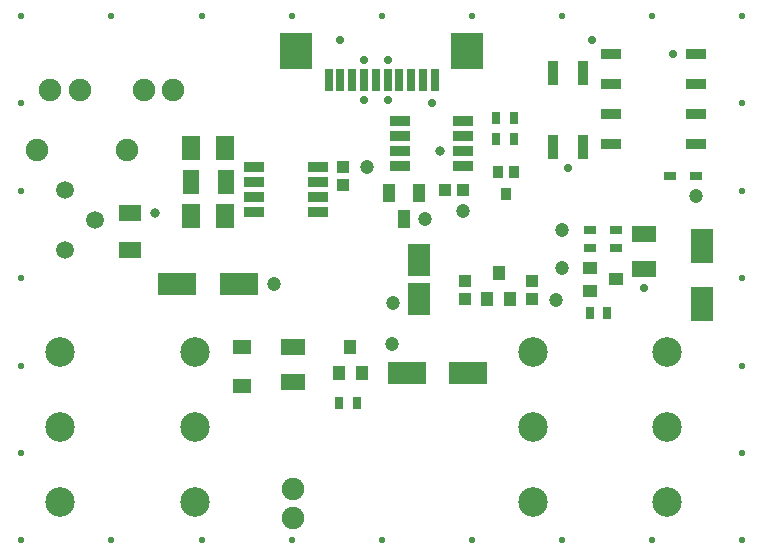
<source format=gts>
%FSLAX46Y46*%
%MOMM*%
%AMPS34*
1,1,2.500000,0.000000,0.000000*
%
%ADD34PS34*%
%AMPS33*
1,1,1.500000,0.000000,0.000000*
%
%ADD33PS33*%
%AMPS24*
1,1,1.900000,0.000000,0.000000*
%
%ADD24PS24*%
%AMPS50*
1,1,1.900000,0.000000,0.000000*
%
%ADD50PS50*%
%AMPS53*
1,1,1.900000,0.000000,0.000000*
%
%ADD53PS53*%
%AMPS31*
21,1,1.794948,2.941421,0.000000,0.000000,0.000000*
%
%ADD31PS31*%
%AMPS32*
21,1,1.794948,2.941421,0.000000,0.000000,180.000000*
%
%ADD32PS32*%
%AMPS36*
21,1,1.800000,3.150000,0.000000,0.000000,90.000000*
%
%ADD36PS36*%
%AMPS35*
21,1,1.800000,3.150000,0.000000,0.000000,270.000000*
%
%ADD35PS35*%
%AMPS47*
21,1,0.800000,1.750000,0.000000,0.000000,90.000000*
%
%ADD47PS47*%
%AMPS46*
21,1,0.800000,1.750000,0.000000,0.000000,270.000000*
%
%ADD46PS46*%
%AMPS57*
21,1,1.800000,2.700000,0.000000,0.000000,0.000000*
%
%ADD57PS57*%
%AMPS56*
21,1,1.800000,2.700000,0.000000,0.000000,180.000000*
%
%ADD56PS56*%
%AMPS12*
21,1,1.100000,1.200000,0.000000,0.000000,0.000000*
%
%ADD12PS12*%
%AMPS41*
21,1,1.100000,1.200000,0.000000,0.000000,90.000000*
%
%ADD41PS41*%
%AMPS13*
21,1,1.100000,1.200000,0.000000,0.000000,180.000000*
%
%ADD13PS13*%
%AMPS40*
21,1,1.100000,1.200000,0.000000,0.000000,270.000000*
%
%ADD40PS40*%
%AMPS51*
21,1,0.600000,1.900000,0.000000,0.000000,180.000000*
%
%ADD51PS51*%
%AMPS44*
21,1,0.600000,1.100000,0.000000,0.000000,90.000000*
%
%ADD44PS44*%
%AMPS45*
21,1,0.600000,1.100000,0.000000,0.000000,270.000000*
%
%ADD45PS45*%
%AMPS25*
21,1,1.500000,1.200000,0.000000,0.000000,0.000000*
%
%ADD25PS25*%
%AMPS26*
21,1,1.500000,1.200000,0.000000,0.000000,180.000000*
%
%ADD26PS26*%
%AMPS20*
21,1,0.800000,2.000000,0.000000,0.000000,0.000000*
%
%ADD20PS20*%
%AMPS21*
21,1,0.800000,2.000000,0.000000,0.000000,180.000000*
%
%ADD21PS21*%
%AMPS23*
21,1,0.901421,1.691421,0.000000,0.000000,90.000000*
%
%ADD23PS23*%
%AMPS22*
21,1,0.901421,1.691421,0.000000,0.000000,270.000000*
%
%ADD22PS22*%
%AMPS52*
21,1,2.700000,3.000000,0.000000,0.000000,180.000000*
%
%ADD52PS52*%
%AMPS30*
21,1,2.000000,1.540000,0.000000,0.000000,90.000000*
%
%ADD30PS30*%
%AMPS29*
21,1,2.000000,1.540000,0.000000,0.000000,270.000000*
%
%ADD29PS29*%
%AMPS19*
21,1,2.000000,1.400000,0.000000,0.000000,0.000000*
%
%ADD19PS19*%
%AMPS48*
21,1,2.000000,1.400000,0.000000,0.000000,90.000000*
%
%ADD48PS48*%
%AMPS18*
21,1,2.000000,1.400000,0.000000,0.000000,180.000000*
%
%ADD18PS18*%
%AMPS49*
21,1,2.000000,1.400000,0.000000,0.000000,270.000000*
%
%ADD49PS49*%
%AMPS28*
21,1,1.100000,0.700000,0.000000,0.000000,0.000000*
%
%ADD28PS28*%
%AMPS16*
21,1,1.100000,0.700000,0.000000,0.000000,90.000000*
%
%ADD16PS16*%
%AMPS27*
21,1,1.100000,0.700000,0.000000,0.000000,180.000000*
%
%ADD27PS27*%
%AMPS17*
21,1,1.100000,0.700000,0.000000,0.000000,270.000000*
%
%ADD17PS17*%
%AMPS55*
21,1,1.900000,1.300000,0.000000,0.000000,0.000000*
%
%ADD55PS55*%
%AMPS54*
21,1,1.900000,1.300000,0.000000,0.000000,180.000000*
%
%ADD54PS54*%
%AMPS39*
21,1,0.900000,1.100000,0.000000,0.000000,0.000000*
%
%ADD39PS39*%
%AMPS38*
21,1,0.900000,1.100000,0.000000,0.000000,180.000000*
%
%ADD38PS38*%
%AMPS37*
21,1,0.950000,1.500000,0.000000,0.000000,0.000000*
%
%ADD37PS37*%
%AMPS11*
21,1,2.031662,1.371341,0.000000,0.000000,0.000000*
%
%ADD11PS11*%
%AMPS10*
21,1,2.031662,1.371341,0.000000,0.000000,180.000000*
%
%ADD10PS10*%
%AMPS15*
21,1,1.050000,1.000000,0.000000,0.000000,0.000000*
%
%ADD15PS15*%
%AMPS43*
21,1,1.050000,1.000000,0.000000,0.000000,90.000000*
%
%ADD43PS43*%
%AMPS14*
21,1,1.050000,1.000000,0.000000,0.000000,180.000000*
%
%ADD14PS14*%
%AMPS42*
21,1,1.050000,1.000000,0.000000,0.000000,270.000000*
%
%ADD42PS42*%
%AMPS58*
1,1,1.200000,0.000000,0.000000*
%
%ADD58PS58*%
%AMPS60*
1,1,0.550000,0.000000,0.000000*
%
%ADD60PS60*%
%AMPS59*
1,1,0.700000,0.000000,0.000000*
%
%ADD59PS59*%
%AMPS61*
1,1,0.800000,0.000000,0.000000*
%
%ADD61PS61*%
G01*
%LPD*%
G01*
%LPD*%
G75*
D10*
X24020000Y17376461D03*
D11*
X24020000Y14423539D03*
D12*
X29800000Y15176461D03*
D13*
X28850000Y17376461D03*
D12*
X27900000Y15176461D03*
D14*
X44250000Y22950000D03*
D15*
X44250000Y21450000D03*
D16*
X50600000Y20220000D03*
D17*
X49100000Y20220000D03*
D18*
X53750000Y26920000D03*
D19*
X53750000Y24020000D03*
D20*
X48540000Y34300000D03*
D21*
X46040000Y40600000D03*
D21*
X48540000Y40600000D03*
D20*
X46040000Y34300000D03*
D22*
X50925000Y34590000D03*
D23*
X58075000Y37130000D03*
D23*
X58075000Y42210000D03*
D23*
X58075000Y39670000D03*
D22*
X50925000Y37130000D03*
D22*
X50925000Y42210000D03*
D23*
X58075000Y34590000D03*
D22*
X50925000Y39670000D03*
D24*
X9960000Y34100000D03*
D24*
X2340000Y34100000D03*
D25*
X19700000Y14041493D03*
D26*
X19700000Y17376461D03*
D27*
X51300000Y27300000D03*
D28*
X51300000Y25800000D03*
D15*
X28240000Y31110000D03*
D14*
X28240000Y32610000D03*
D29*
X15396117Y28440000D03*
D30*
X18263883Y28440000D03*
D31*
X58580000Y21050001D03*
D32*
X58580000Y25949999D03*
D33*
X4730000Y30640000D03*
D33*
X7270000Y28100000D03*
D33*
X4730000Y25560000D03*
D34*
X15690000Y10600000D03*
D34*
X4270000Y10600000D03*
D34*
X4270000Y4250000D03*
D34*
X4270000Y16950000D03*
D34*
X15690000Y16950000D03*
D34*
X15690000Y4250000D03*
D16*
X29400000Y12676461D03*
D17*
X27900000Y12676461D03*
D14*
X38550000Y22950000D03*
D15*
X38550000Y21450000D03*
D35*
X14200000Y22700000D03*
D36*
X19400000Y22700000D03*
D37*
X33360000Y28200000D03*
D37*
X34630000Y30400000D03*
D37*
X32090000Y30400000D03*
D16*
X42670000Y34950000D03*
D17*
X41170000Y34950000D03*
D38*
X42670000Y32200000D03*
D38*
X41370000Y32200000D03*
D39*
X42020000Y30300000D03*
D40*
X49100000Y22150000D03*
D41*
X51300000Y23100000D03*
D40*
X49100000Y24050000D03*
D28*
X49100000Y25800000D03*
D27*
X49100000Y27300000D03*
D42*
X36900000Y30690000D03*
D43*
X38400000Y30690000D03*
D44*
X58075000Y31830000D03*
D45*
X55875000Y31830000D03*
D46*
X33060000Y32690000D03*
D46*
X33060000Y35240000D03*
D46*
X33060000Y36510000D03*
D47*
X38400000Y36510000D03*
D47*
X38400000Y33960000D03*
D46*
X33060000Y33960000D03*
D47*
X38400000Y32690000D03*
D47*
X38400000Y35240000D03*
D47*
X26070000Y32610000D03*
D47*
X26070000Y30060000D03*
D47*
X26070000Y28790000D03*
D46*
X20730000Y28790000D03*
D46*
X20730000Y31340000D03*
D47*
X26070000Y31340000D03*
D46*
X20730000Y32610000D03*
D46*
X20730000Y30060000D03*
D34*
X55700000Y10600000D03*
D34*
X44280000Y10600000D03*
D34*
X44280000Y4250000D03*
D34*
X44280000Y16950000D03*
D34*
X55700000Y16950000D03*
D34*
X55700000Y4250000D03*
D12*
X42350000Y21450000D03*
D13*
X41400000Y23650000D03*
D12*
X40450000Y21450000D03*
D48*
X18296117Y31340000D03*
D49*
X15396117Y31340000D03*
D50*
X13852917Y39098737D03*
D50*
X11352917Y39098737D03*
D16*
X42670000Y36780000D03*
D17*
X41170000Y36780000D03*
D50*
X5952917Y39098737D03*
D50*
X3452917Y39098737D03*
D51*
X34000000Y40000000D03*
D51*
X27000000Y40000000D03*
D51*
X30000000Y40000000D03*
D51*
X31000000Y40000000D03*
D51*
X36000000Y40000000D03*
D51*
X29000000Y40000000D03*
D52*
X38750000Y42450000D03*
D52*
X24250000Y42450000D03*
D51*
X33000000Y40000000D03*
D51*
X35000000Y40000000D03*
D51*
X28000000Y40000000D03*
D51*
X32000000Y40000000D03*
D36*
X38830000Y15176461D03*
D35*
X33630000Y15176461D03*
D53*
X24020000Y5380000D03*
D53*
X24020000Y2880000D03*
D54*
X10230000Y28760000D03*
D55*
X10230000Y25560000D03*
D30*
X18263883Y34240000D03*
D29*
X15396117Y34240000D03*
D56*
X34700000Y24750000D03*
D57*
X34700000Y21450000D03*
D58*
X30270000Y32610000D03*
D59*
X49300000Y43400000D03*
D60*
X62000000Y45400000D03*
D60*
X16250000Y1000000D03*
D59*
X30000000Y38280000D03*
D60*
X62000000Y38000000D03*
D60*
X23875000Y45400000D03*
D60*
X46750000Y45400000D03*
D60*
X62000000Y1000000D03*
D60*
X62000000Y8400000D03*
D60*
X31500000Y45400000D03*
D59*
X30000000Y41720000D03*
D60*
X23875000Y1000000D03*
D60*
X39125000Y1000000D03*
D58*
X46300000Y21400000D03*
D58*
X46800000Y24050000D03*
D58*
X32500000Y21130000D03*
D59*
X35800000Y38000000D03*
D60*
X1000000Y15800000D03*
D60*
X62000000Y23200000D03*
D60*
X54375000Y1000000D03*
D60*
X1000000Y1000000D03*
D59*
X56180000Y42210000D03*
D60*
X8625000Y45400000D03*
D60*
X62000000Y30600000D03*
D60*
X1000000Y23200000D03*
D58*
X35160000Y28200000D03*
D59*
X32000000Y41720000D03*
D60*
X1000000Y45400000D03*
D60*
X1000000Y8400000D03*
D58*
X32400000Y17600000D03*
D58*
X58075000Y30180000D03*
D58*
X38400000Y28890000D03*
D59*
X53750000Y22360000D03*
D59*
X28000000Y43400000D03*
D60*
X1000000Y30600000D03*
D61*
X36441869Y33997500D03*
D60*
X46750000Y1000000D03*
D60*
X8625000Y1000000D03*
D60*
X1000000Y38000000D03*
D60*
X16250000Y45400000D03*
D58*
X22400000Y22700000D03*
D58*
X46800000Y27300000D03*
D59*
X32000000Y38280000D03*
D61*
X12300000Y28760000D03*
D60*
X62000000Y15800000D03*
D60*
X31500000Y1000000D03*
D60*
X39125000Y45400000D03*
D60*
X54375000Y45400000D03*
D59*
X47300000Y32500000D03*
M02*

</source>
